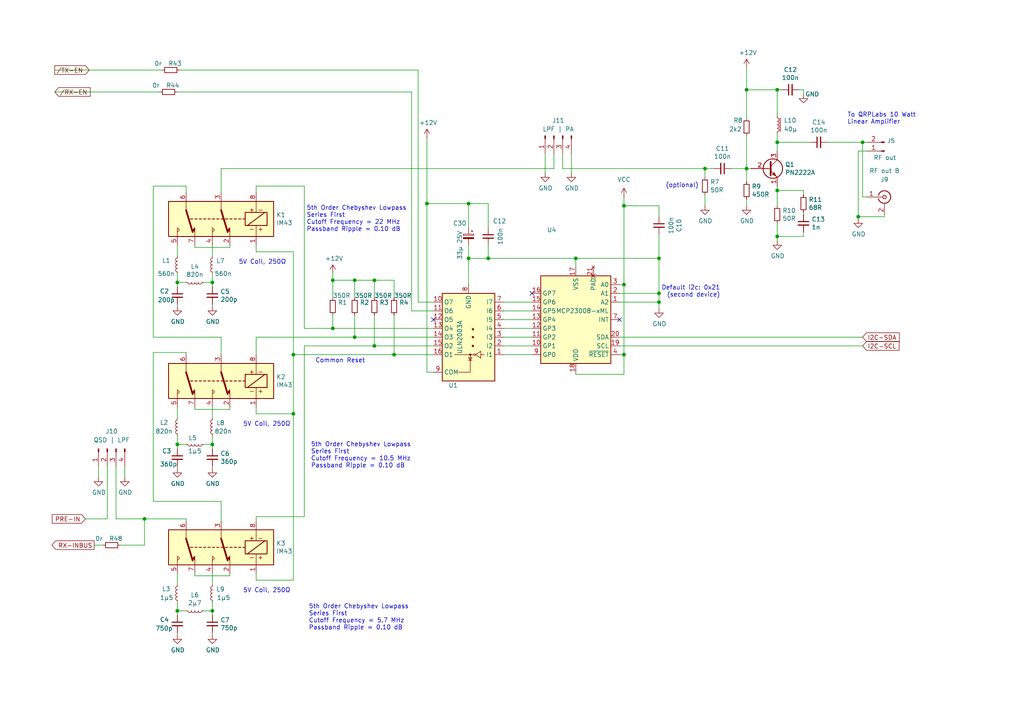
<source format=kicad_sch>
(kicad_sch (version 20230121) (generator eeschema)
  (paper "A4")
  (title_block (title "HF IQ Transceiver PiggyBack for Pi (not a hat)") (date "2024-01-21") (rev "2.0") (company "AE0GL: Mario P. Vano") (comment 1 "Sheet 1: Codec, Power Supplies, and GPIO"))
  (lib_symbols
    (symbol "Connector:Conn_01x04_Pin" (pin_names (offset 1.016) hide)
      (property "Reference" "J" (at 0 5.08 0))
      (property "Value" "Conn_01x04_Pin" (at 0 -7.62 0))
      (symbol "Conn_01x04_Pin_1_1"
        (pin passive line (at 5.08 2.54 180) (length 3.81) (name "Pin_1") (number "1"))
        (pin passive line (at 5.08 0 180) (length 3.81) (name "Pin_2") (number "2"))
        (pin passive line (at 5.08 -2.54 180) (length 3.81) (name "Pin_3") (number "3"))
        (pin passive line (at 5.08 -5.08 180) (length 3.81) (name "Pin_4") (number "4"))
      )
    )
    (symbol "Connector:Conn_Coaxial" (pin_names (offset 1.016) hide)
      (property "Reference" "J" (at 0.254 3.048 0))
      (property "Value" "Conn_Coaxial" (at 2.921 0 90))
      (symbol "Conn_Coaxial_1_1"
        (pin passive line (at -5.08 0 0) (length 2.54) (name "In") (number "1"))
        (pin passive line (at 0 -5.08 90) (length 2.54) (name "Ext") (number "2"))
      )
    )
    (symbol "Device:C_Small" (pin_numbers hide) (pin_names (offset 0.254) hide)
      (property "Reference" "C" (at 0.254 1.778 0))
      (property "Value" "C_Small" (at 0.254 -2.032 0))
      (symbol "C_Small_1_1"
        (pin passive line (at 0 2.54 270) (length 2.032) (name "~") (number "1"))
        (pin passive line (at 0 -2.54 90) (length 2.032) (name "~") (number "2"))
      )
    )
    (symbol "Device:L_Small" (pin_numbers hide) (pin_names (offset 0.254) hide)
      (property "Reference" "L" (at 0.762 1.016 0))
      (property "Value" "L_Small" (at 0.762 -1.016 0))
      (symbol "L_Small_1_1"
        (pin passive line (at 0 2.54 270) (length 0.508) (name "~") (number "1"))
        (pin passive line (at 0 -2.54 90) (length 0.508) (name "~") (number "2"))
      )
    )
    (symbol "Device:R_Small" (pin_numbers hide) (pin_names (offset 0.254) hide)
      (property "Reference" "R" (at 0.762 0.508 0))
      (property "Value" "R_Small" (at 0.762 -1.016 0))
      (symbol "R_Small_1_1"
        (pin passive line (at 0 2.54 270) (length 0.762) (name "~") (number "1"))
        (pin passive line (at 0 -2.54 90) (length 0.762) (name "~") (number "2"))
      )
    )
    (symbol "MPV-2024:MCP23008-xML"
      (property "Reference" "U" (at -8.89 13.97 0))
      (property "Value" "MCP23008-xML" (at 8.89 13.97 0))
      (symbol "MCP23008-xML_1_1"
        (pin input line (at -12.7 -5.08 0) (length 2.54) (name "A2") (number "1"))
        (pin bidirectional line (at 12.7 7.62 180) (length 2.54) (name "GP1") (number "10"))
        (pin bidirectional line (at 12.7 5.08 180) (length 2.54) (name "GP2") (number "11"))
        (pin bidirectional line (at 12.7 2.54 180) (length 2.54) (name "GP3") (number "12"))
        (pin bidirectional line (at 12.7 0 180) (length 2.54) (name "GP4") (number "13"))
        (pin bidirectional line (at 12.7 -2.54 180) (length 2.54) (name "GP5") (number "14"))
        (pin bidirectional line (at 12.7 -5.08 180) (length 2.54) (name "GP6") (number "15"))
        (pin bidirectional line (at 12.7 -7.62 180) (length 2.54) (name "GP7") (number "16"))
        (pin power_in line (at 0 -15.24 90) (length 2.54) (name "VSS") (number "17"))
        (pin power_in line (at 0 15.24 270) (length 2.54) (name "VDD") (number "18"))
        (pin input line (at -12.7 7.62 0) (length 2.54) (name "SCL") (number "19"))
        (pin input line (at -12.7 -7.62 0) (length 2.54) (name "A1") (number "2"))
        (pin bidirectional line (at -12.7 5.08 0) (length 2.54) (name "SDA") (number "20"))
        (pin no_connect non_logic (at -5.08 -15.24 90) (length 2.54) (name "PAD") (number "21"))
        (pin input line (at -12.7 -10.16 0) (length 2.54) (name "A0") (number "3"))
        (pin input line (at -12.7 10.16 0) (length 2.54) (name "~{RESET}") (number "4"))
        (pin no_connect line (at -10.16 2.54 0) (length 2.54) hide (name "NC") (number "5"))
        (pin no_connect line (at -10.16 -2.54 0) (length 2.54) hide (name "NC") (number "6"))
        (pin output line (at -12.7 0 0) (length 2.54) (name "INT") (number "7"))
        (pin no_connect line (at 10.16 -10.16 180) (length 2.54) hide (name "NC") (number "8"))
        (pin bidirectional line (at 12.7 10.16 180) (length 2.54) (name "GP0") (number "9"))
      )
    )
    (symbol "Relay:IM43"
      (property "Reference" "K" (at 16.51 3.81 0))
      (property "Value" "IM43" (at 16.51 1.27 0))
      (symbol "IM43_0_0"
        (text "+ -" (at -10.16 -2.667 0) (effects (font (size 1.27 1.27))))
        (text "- +" (at -10.16 2.921 0) (effects (font (size 1.27 1.27))))
      )
      (symbol "IM43_1_1"
        (pin passive line (at -10.16 7.62 270) (length 2.54) (name "~") (number "1"))
        (pin passive line (at -2.54 7.62 270) (length 2.54) (name "~") (number "2"))
        (pin passive line (at 0 -7.62 90) (length 2.54) (name "~") (number "3"))
        (pin passive line (at 2.54 7.62 270) (length 2.54) (name "~") (number "4"))
        (pin passive line (at 12.7 7.62 270) (length 2.54) (name "~") (number "5"))
        (pin passive line (at 10.16 -7.62 90) (length 2.54) (name "~") (number "6"))
        (pin passive line (at 7.62 7.62 270) (length 2.54) (name "~") (number "7"))
        (pin passive line (at -10.16 -7.62 90) (length 2.54) (name "~") (number "8"))
      )
    )
    (symbol "Transistor_Array:ULN2003A"
      (property "Reference" "U" (at 0 15.875 0))
      (property "Value" "ULN2003A" (at 0 13.97 0))
      (symbol "ULN2003A_1_1"
        (pin input line (at -10.16 5.08 0) (length 2.54) (name "I1") (number "1"))
        (pin open_collector line (at 10.16 -10.16 180) (length 2.54) (name "O7") (number "10"))
        (pin open_collector line (at 10.16 -7.62 180) (length 2.54) (name "O6") (number "11"))
        (pin open_collector line (at 10.16 -5.08 180) (length 2.54) (name "O5") (number "12"))
        (pin open_collector line (at 10.16 -2.54 180) (length 2.54) (name "O4") (number "13"))
        (pin open_collector line (at 10.16 0 180) (length 2.54) (name "O3") (number "14"))
        (pin open_collector line (at 10.16 2.54 180) (length 2.54) (name "O2") (number "15"))
        (pin open_collector line (at 10.16 5.08 180) (length 2.54) (name "O1") (number "16"))
        (pin input line (at -10.16 2.54 0) (length 2.54) (name "I2") (number "2"))
        (pin input line (at -10.16 0 0) (length 2.54) (name "I3") (number "3"))
        (pin input line (at -10.16 -2.54 0) (length 2.54) (name "I4") (number "4"))
        (pin input line (at -10.16 -5.08 0) (length 2.54) (name "I5") (number "5"))
        (pin input line (at -10.16 -7.62 0) (length 2.54) (name "I6") (number "6"))
        (pin input line (at -10.16 -10.16 0) (length 2.54) (name "I7") (number "7"))
        (pin power_in line (at 0 -15.24 90) (length 2.54) (name "GND") (number "8"))
        (pin passive line (at 10.16 10.16 180) (length 2.54) (name "COM") (number "9"))
      )
    )
    (symbol "Transistor_BJT:PN2222A" (pin_names (offset 0) hide)
      (property "Reference" "Q" (at 5.08 1.905 0))
      (property "Value" "PN2222A" (at 5.08 0 0))
      (symbol "PN2222A_1_1"
        (pin passive line (at 2.54 -5.08 90) (length 2.54) (name "E") (number "1"))
        (pin input line (at -5.08 0 0) (length 5.08) (name "B") (number "2"))
        (pin passive line (at 2.54 5.08 270) (length 2.54) (name "C") (number "3"))
      )
    )
    (symbol "power:+12V" (power) (pin_names (offset 0))
      (property "Value" "+12V" (at 0 3.556 0))
      (symbol "+12V_1_1"
        (pin power_in line (at 0 0 90) (length 0) hide (name "+12V") (number "1"))
      )
    )
    (symbol "power:GND" (power) (pin_names (offset 0))
      (property "Value" "GND" (at 0 -3.81 0))
      (symbol "GND_1_1"
        (pin power_in line (at 0 0 270) (length 0) hide (name "GND") (number "1"))
      )
    )
    (symbol "power:VCC" (power) (pin_names (offset 0))
      (property "Value" "VCC" (at 0 3.81 0))
      (symbol "VCC_1_1"
        (pin power_in line (at 0 0 90) (length 0) hide (name "VCC") (number "1"))
      )
    )
    (symbol "predriver-rescue:Conn_01x02_Male-Connector" (pin_names (offset 1.016) hide)
      (property "Reference" "J" (at 0 2.54 0))
      (property "Value" "Connector_Conn_01x02_Male" (at 0 -5.08 0))
      (symbol "Conn_01x02_Male-Connector_1_1"
        (pin passive line (at 5.08 0 180) (length 3.81) (name "Pin_1") (number "1"))
        (pin passive line (at 5.08 -2.54 180) (length 3.81) (name "Pin_2") (number "2"))
      )
    )
    (symbol "predriver-rescue:L_Core_Ferrite_Small-Device" (pin_numbers hide) (pin_names (offset 0.254) hide)
      (property "Reference" "L" (at 1.27 1.016 0))
      (property "Value" "Device_L_Core_Ferrite_Small" (at 1.27 -1.27 0))
      (symbol "L_Core_Ferrite_Small-Device_1_1"
        (pin passive line (at 0 2.54 270) (length 0.508) (name "~") (number "1"))
        (pin passive line (at 0 -2.54 90) (length 0.508) (name "~") (number "2"))
      )
    )
    (symbol "radiohead-rescue:CP_Small-Device" (pin_numbers hide) (pin_names (offset 0.254) hide)
      (property "Reference" "C" (at 0.254 1.778 0))
      (property "Value" "CP_Small-Device" (at 0.254 -2.032 0))
      (symbol "CP_Small-Device_1_1"
        (pin passive line (at 0 2.54 270) (length 1.8542) (name "~") (number "1"))
        (pin passive line (at 0 -2.54 90) (length 1.8542) (name "~") (number "2"))
      )
    )
  )
  (junction (at 248.92 62.865))
  (junction (at 114.3 102.87))
  (junction (at 191.135 74.93))
  (junction (at 41.91 150.495))
  (junction (at 51.435 81.915))
  (junction (at 51.435 128.905))
  (junction (at 250.19 41.275))
  (junction (at 85.09 120.015))
  (junction (at 167.005 74.93))
  (junction (at 102.87 97.79))
  (junction (at 225.425 26.035))
  (junction (at 225.425 68.58))
  (junction (at 108.585 81.28))
  (junction (at 51.435 177.165))
  (junction (at 180.975 102.87))
  (junction (at 61.595 128.905))
  (junction (at 96.52 95.25))
  (junction (at 225.425 41.275))
  (junction (at 102.87 81.28))
  (junction (at 96.52 81.28))
  (junction (at 85.09 102.87))
  (junction (at 135.89 74.93))
  (junction (at 180.975 59.69))
  (junction (at 191.135 87.63))
  (junction (at 204.47 48.895))
  (junction (at 225.425 55.245))
  (junction (at 108.585 100.33))
  (junction (at 216.535 26.035))
  (junction (at 61.595 81.915))
  (junction (at 216.535 48.895))
  (junction (at 180.975 82.55))
  (junction (at 61.595 177.165))
  (junction (at 135.89 59.055))
  (junction (at 141.605 74.93))
  (junction (at 191.135 85.09))
  (junction (at 123.825 59.055))
  (no_connect (at 179.705 92.71))
  (no_connect (at 125.73 92.71))
  (no_connect (at 154.305 85.09))
  (wire (pts (xy 141.605 66.04) (xy 141.605 59.055)))
  (wire (pts (xy 88.265 95.25) (xy 96.52 95.25)))
  (wire (pts (xy 51.435 130.175) (xy 51.435 128.905)))
  (wire (pts (xy 248.92 62.865) (xy 256.54 62.865)))
  (wire (pts (xy 56.515 118.11) (xy 56.515 118.745)))
  (wire (pts (xy 24.765 150.495) (xy 31.115 150.495)))
  (wire (pts (xy 61.595 130.175) (xy 61.595 128.905)))
  (wire (pts (xy 167.005 74.93) (xy 191.135 74.93)))
  (wire (pts (xy 61.595 135.89) (xy 61.595 135.255)))
  (wire (pts (xy 41.91 158.115) (xy 41.91 150.495)))
  (wire (pts (xy 146.05 102.87) (xy 154.305 102.87)))
  (wire (pts (xy 108.585 100.33) (xy 88.265 100.33)))
  (wire (pts (xy 74.295 149.86) (xy 88.265 149.86)))
  (wire (pts (xy 61.595 166.37) (xy 61.595 169.545)))
  (wire (pts (xy 251.46 43.815) (xy 248.92 43.815)))
  (wire (pts (xy 74.295 53.975) (xy 88.265 53.975)))
  (wire (pts (xy 96.52 81.28) (xy 102.87 81.28)))
  (wire (pts (xy 225.425 53.975) (xy 225.425 55.245)))
  (wire (pts (xy 191.135 74.93) (xy 191.135 85.09)))
  (wire (pts (xy 160.655 44.45) (xy 160.655 48.895)))
  (wire (pts (xy 56.515 118.745) (xy 66.675 118.745)))
  (wire (pts (xy 96.52 79.375) (xy 96.52 81.28)))
  (wire (pts (xy 216.535 26.035) (xy 225.425 26.035)))
  (wire (pts (xy 191.135 85.09) (xy 191.135 87.63)))
  (wire (pts (xy 44.45 53.975) (xy 44.45 97.79)))
  (wire (pts (xy 216.535 57.785) (xy 216.535 59.69)))
  (wire (pts (xy 85.09 102.87) (xy 114.3 102.87)))
  (wire (pts (xy 165.735 44.45) (xy 165.735 50.165)))
  (wire (pts (xy 61.595 81.915) (xy 59.055 81.915)))
  (wire (pts (xy 216.535 19.685) (xy 216.535 26.035)))
  (wire (pts (xy 204.47 48.895) (xy 163.195 48.895)))
  (wire (pts (xy 53.975 102.87) (xy 53.975 102.235)))
  (wire (pts (xy 135.89 74.93) (xy 135.89 82.55)))
  (wire (pts (xy 51.435 177.165) (xy 53.975 177.165)))
  (wire (pts (xy 179.705 82.55) (xy 180.975 82.55)))
  (wire (pts (xy 74.295 149.86) (xy 74.295 151.13)))
  (wire (pts (xy 179.705 85.09) (xy 191.135 85.09)))
  (wire (pts (xy 64.135 145.415) (xy 44.45 145.415)))
  (wire (pts (xy 146.05 87.63) (xy 154.305 87.63)))
  (wire (pts (xy 51.435 71.12) (xy 51.435 74.295)))
  (wire (pts (xy 114.3 102.87) (xy 125.73 102.87)))
  (wire (pts (xy 44.45 102.235) (xy 44.45 145.415)))
  (wire (pts (xy 61.595 118.11) (xy 61.595 121.285)))
  (wire (pts (xy 216.535 34.29) (xy 216.535 26.035)))
  (wire (pts (xy 225.425 38.735) (xy 225.425 41.275)))
  (wire (pts (xy 146.05 97.79) (xy 154.305 97.79)))
  (wire (pts (xy 123.825 40.005) (xy 123.825 59.055)))
  (wire (pts (xy 191.135 74.93) (xy 191.135 67.945)))
  (wire (pts (xy 61.595 83.185) (xy 61.595 81.915)))
  (wire (pts (xy 216.535 52.705) (xy 216.535 48.895)))
  (wire (pts (xy 53.975 53.975) (xy 44.45 53.975)))
  (wire (pts (xy 225.425 26.035) (xy 226.695 26.035)))
  (wire (pts (xy 34.925 158.115) (xy 41.91 158.115)))
  (wire (pts (xy 141.605 74.93) (xy 135.89 74.93)))
  (wire (pts (xy 51.435 178.435) (xy 51.435 177.165)))
  (wire (pts (xy 179.705 97.79) (xy 250.19 97.79)))
  (wire (pts (xy 146.05 100.33) (xy 154.305 100.33)))
  (wire (pts (xy 96.52 95.25) (xy 125.73 95.25)))
  (wire (pts (xy 212.09 48.895) (xy 216.535 48.895)))
  (wire (pts (xy 51.435 135.89) (xy 51.435 135.255)))
  (wire (pts (xy 61.595 178.435) (xy 61.595 177.165)))
  (wire (pts (xy 85.09 73.025) (xy 85.09 102.87)))
  (wire (pts (xy 180.975 59.69) (xy 180.975 82.55)))
  (wire (pts (xy 31.115 135.255) (xy 31.115 150.495)))
  (wire (pts (xy 27.305 158.115) (xy 29.845 158.115)))
  (wire (pts (xy 61.595 184.15) (xy 61.595 183.515)))
  (wire (pts (xy 15.875 26.67) (xy 46.355 26.67)))
  (wire (pts (xy 51.435 118.11) (xy 51.435 121.285)))
  (wire (pts (xy 225.425 55.245) (xy 225.425 59.69)))
  (wire (pts (xy 56.515 71.755) (xy 66.675 71.755)))
  (wire (pts (xy 102.87 81.28) (xy 102.87 86.36)))
  (wire (pts (xy 108.585 100.33) (xy 125.73 100.33)))
  (wire (pts (xy 51.435 128.905) (xy 53.975 128.905)))
  (wire (pts (xy 204.47 48.895) (xy 207.01 48.895)))
  (wire (pts (xy 225.425 64.77) (xy 225.425 68.58)))
  (wire (pts (xy 114.3 81.28) (xy 114.3 86.36)))
  (wire (pts (xy 251.46 57.15) (xy 250.19 57.15)))
  (wire (pts (xy 51.435 126.365) (xy 51.435 128.905)))
  (wire (pts (xy 123.825 59.055) (xy 123.825 107.95)))
  (wire (pts (xy 256.54 62.23) (xy 256.54 62.865)))
  (wire (pts (xy 61.595 177.165) (xy 59.055 177.165)))
  (wire (pts (xy 61.595 79.375) (xy 61.595 81.915)))
  (wire (pts (xy 179.705 87.63) (xy 191.135 87.63)))
  (wire (pts (xy 125.73 87.63) (xy 121.285 87.63)))
  (wire (pts (xy 250.19 41.275) (xy 251.46 41.275)))
  (wire (pts (xy 114.3 91.44) (xy 114.3 102.87)))
  (wire (pts (xy 66.675 118.745) (xy 66.675 118.11)))
  (wire (pts (xy 146.05 95.25) (xy 154.305 95.25)))
  (wire (pts (xy 64.135 55.88) (xy 64.135 48.895)))
  (wire (pts (xy 216.535 48.895) (xy 217.805 48.895)))
  (wire (pts (xy 180.975 82.55) (xy 180.975 102.87)))
  (wire (pts (xy 85.09 73.025) (xy 74.295 73.025)))
  (wire (pts (xy 233.045 26.035) (xy 233.045 27.305)))
  (wire (pts (xy 74.295 53.975) (xy 74.295 55.88)))
  (wire (pts (xy 250.19 41.275) (xy 250.19 57.15)))
  (wire (pts (xy 167.005 74.93) (xy 167.005 77.47)))
  (wire (pts (xy 74.295 120.015) (xy 74.295 118.11)))
  (wire (pts (xy 108.585 91.44) (xy 108.585 100.33)))
  (wire (pts (xy 225.425 26.035) (xy 225.425 33.655)))
  (wire (pts (xy 51.435 81.915) (xy 53.975 81.915)))
  (wire (pts (xy 28.575 135.255) (xy 28.575 138.43)))
  (wire (pts (xy 64.135 145.415) (xy 64.135 151.13)))
  (wire (pts (xy 61.595 126.365) (xy 61.595 128.905)))
  (wire (pts (xy 51.435 166.37) (xy 51.435 169.545)))
  (wire (pts (xy 51.435 174.625) (xy 51.435 177.165)))
  (wire (pts (xy 85.09 120.015) (xy 74.295 120.015)))
  (wire (pts (xy 180.975 59.69) (xy 191.135 59.69)))
  (wire (pts (xy 119.38 90.17) (xy 119.38 26.67)))
  (wire (pts (xy 225.425 69.85) (xy 225.425 68.58)))
  (wire (pts (xy 15.875 20.32) (xy 46.99 20.32)))
  (wire (pts (xy 102.87 91.44) (xy 102.87 97.79)))
  (wire (pts (xy 102.87 81.28) (xy 108.585 81.28)))
  (wire (pts (xy 61.595 128.905) (xy 59.055 128.905)))
  (wire (pts (xy 33.655 135.255) (xy 33.655 150.495)))
  (wire (pts (xy 231.775 26.035) (xy 233.045 26.035)))
  (wire (pts (xy 146.05 90.17) (xy 154.305 90.17)))
  (wire (pts (xy 163.195 44.45) (xy 163.195 48.895)))
  (wire (pts (xy 154.305 92.71) (xy 146.05 92.71)))
  (wire (pts (xy 74.295 73.025) (xy 74.295 71.12)))
  (wire (pts (xy 248.92 62.865) (xy 248.92 63.5)))
  (wire (pts (xy 248.92 43.815) (xy 248.92 62.865)))
  (wire (pts (xy 108.585 81.28) (xy 114.3 81.28)))
  (wire (pts (xy 56.515 71.12) (xy 56.515 71.755)))
  (wire (pts (xy 85.09 168.275) (xy 74.295 168.275)))
  (wire (pts (xy 167.005 108.585) (xy 180.975 108.585)))
  (wire (pts (xy 233.045 67.31) (xy 233.045 68.58)))
  (wire (pts (xy 66.675 71.755) (xy 66.675 71.12)))
  (wire (pts (xy 61.595 71.12) (xy 61.595 74.295)))
  (wire (pts (xy 121.285 87.63) (xy 121.285 20.32)))
  (wire (pts (xy 123.825 107.95) (xy 125.73 107.95)))
  (wire (pts (xy 44.45 97.79) (xy 64.135 97.79)))
  (wire (pts (xy 108.585 86.36) (xy 108.585 81.28)))
  (wire (pts (xy 74.295 168.275) (xy 74.295 166.37)))
  (wire (pts (xy 119.38 26.67) (xy 51.435 26.67)))
  (wire (pts (xy 53.975 102.235) (xy 44.45 102.235)))
  (wire (pts (xy 233.045 55.245) (xy 233.045 56.515)))
  (wire (pts (xy 119.38 90.17) (xy 125.73 90.17)))
  (wire (pts (xy 88.265 100.33) (xy 88.265 149.86)))
  (wire (pts (xy 53.975 150.495) (xy 53.975 151.13)))
  (wire (pts (xy 64.135 48.895) (xy 160.655 48.895)))
  (wire (pts (xy 51.435 79.375) (xy 51.435 81.915)))
  (wire (pts (xy 216.535 39.37) (xy 216.535 48.895)))
  (wire (pts (xy 51.435 88.9) (xy 51.435 88.265)))
  (wire (pts (xy 74.295 97.79) (xy 102.87 97.79)))
  (wire (pts (xy 135.89 66.04) (xy 135.89 59.055)))
  (wire (pts (xy 121.285 20.32) (xy 52.07 20.32)))
  (wire (pts (xy 141.605 71.12) (xy 141.605 74.93)))
  (wire (pts (xy 179.705 100.33) (xy 250.19 100.33)))
  (wire (pts (xy 135.89 71.12) (xy 135.89 74.93)))
  (wire (pts (xy 102.87 97.79) (xy 125.73 97.79)))
  (wire (pts (xy 41.91 150.495) (xy 53.975 150.495)))
  (wire (pts (xy 88.265 95.25) (xy 88.265 53.975)))
  (wire (pts (xy 191.135 59.69) (xy 191.135 62.865)))
  (wire (pts (xy 53.975 55.88) (xy 53.975 53.975)))
  (wire (pts (xy 85.09 120.015) (xy 85.09 168.275)))
  (wire (pts (xy 66.675 167.005) (xy 66.675 166.37)))
  (wire (pts (xy 204.47 56.515) (xy 204.47 59.69)))
  (wire (pts (xy 51.435 83.185) (xy 51.435 81.915)))
  (wire (pts (xy 204.47 51.435) (xy 204.47 48.895)))
  (wire (pts (xy 167.005 107.95) (xy 167.005 108.585)))
  (wire (pts (xy 85.09 102.87) (xy 85.09 120.015)))
  (wire (pts (xy 135.89 59.055) (xy 123.825 59.055)))
  (wire (pts (xy 180.975 57.15) (xy 180.975 59.69)))
  (wire (pts (xy 56.515 166.37) (xy 56.515 167.005)))
  (wire (pts (xy 179.705 102.87) (xy 180.975 102.87)))
  (wire (pts (xy 225.425 41.275) (xy 225.425 43.815)))
  (wire (pts (xy 233.045 61.595) (xy 233.045 62.23)))
  (wire (pts (xy 33.655 150.495) (xy 41.91 150.495)))
  (wire (pts (xy 180.975 108.585) (xy 180.975 102.87)))
  (wire (pts (xy 234.95 41.275) (xy 225.425 41.275)))
  (wire (pts (xy 141.605 59.055) (xy 135.89 59.055)))
  (wire (pts (xy 240.03 41.275) (xy 250.19 41.275)))
  (wire (pts (xy 96.52 81.28) (xy 96.52 86.36)))
  (wire (pts (xy 158.115 44.45) (xy 158.115 50.165)))
  (wire (pts (xy 167.005 74.93) (xy 141.605 74.93)))
  (wire (pts (xy 56.515 167.005) (xy 66.675 167.005)))
  (wire (pts (xy 74.295 97.79) (xy 74.295 102.87)))
  (wire (pts (xy 233.045 68.58) (xy 225.425 68.58)))
  (wire (pts (xy 64.135 97.79) (xy 64.135 102.87)))
  (wire (pts (xy 51.435 184.15) (xy 51.435 183.515)))
  (wire (pts (xy 61.595 174.625) (xy 61.595 177.165)))
  (wire (pts (xy 191.135 87.63) (xy 191.135 89.535)))
  (wire (pts (xy 36.195 135.255) (xy 36.195 138.43)))
  (wire (pts (xy 96.52 91.44) (xy 96.52 95.25)))
  (wire (pts (xy 61.595 88.9) (xy 61.595 88.265)))
  (wire (pts (xy 225.425 55.245) (xy 233.045 55.245)))
  (text "5th Order Chebyshev Lowpass\nSeries First\nCutoff Frequency = 22 MHz\nPassband Ripple = 0.10 dB\n" (at 88.9 67.31 0) (effects (font (size 1.27 1.27)) (justify left bottom)))
  (text "5V Coil, 250Ω" (at 70.485 172.085 0) (effects (font (size 1.27 1.27)) (justify left bottom)))
  (text "5th Order Chebyshev Lowpass\nSeries First\nCutoff Frequency = 10.5 MHz\nPassband Ripple = 0.10 dB\n" (at 90.17 135.89 0) (effects (font (size 1.27 1.27)) (justify left bottom)))
  (text "5V Coil, 250Ω" (at 70.485 123.825 0) (effects (font (size 1.27 1.27)) (justify left bottom)))
  (text "5V Coil, 250Ω" (at 69.215 76.835 0) (effects (font (size 1.27 1.27)) (justify left bottom)))
  (text "5th Order Chebyshev Lowpass\nSeries First\nCutoff Frequency = 5.7 MHz\nPassband Ripple = 0.10 dB\n" (at 89.535 182.88 0) (effects (font (size 1.27 1.27)) (justify left bottom)))
  (text "Default i2c: 0x21\n(second device)" (at 208.915 86.36 0) (effects (font (size 1.27 1.27)) (justify right bottom)))
  (text "Common Reset" (at 91.44 105.41 0) (effects (font (size 1.27 1.27)) (justify left bottom)))
  (text "(optional)" (at 193.04 54.61 0) (effects (font (size 1.27 1.27)) (justify left bottom)))
  (text "To QRPLabs 10 Watt\nLinear Amplifier" (at 245.745 36.195 0) (effects (font (size 1.27 1.27)) (justify left bottom)))
  (global_label "PRE-IN" (shape input) (at 24.765 150.495 180) (property "Intersheetrefs" "${INTERSHEET_REFS}" (effects hide)))
  (global_label "RX-INBUS" (shape output) (at 27.305 158.115 180) (property "Intersheetrefs" "${INTERSHEET_REFS}" (effects hide)))
  (global_label "{slash}RX-EN" (shape input) (at 15.875 26.67 0) (property "Intersheetrefs" "${INTERSHEET_REFS}" (effects hide)))
  (global_label "I2C-SDA" (shape input) (at 250.19 97.79 0) (property "Intersheetrefs" "${INTERSHEET_REFS}" (effects hide)))
  (global_label "I2C-SCL" (shape input) (at 250.19 100.33 0) (property "Intersheetrefs" "${INTERSHEET_REFS}" (effects hide)))
  (global_label "{slash}TX-EN" (shape output) (at 15.875 20.32 0) (property "Intersheetrefs" "${INTERSHEET_REFS}" (effects hide)))
  (symbol (lib_id "Transistor_BJT:PN2222A") (at 222.885 48.895 0) (unit 1)
    (property "Reference" "Q1" (at 227.711 47.7266 0) (effects (justify left)))
    (property "Value" "PN2222A" (at 227.711 50.038 0) (effects (justify left)))
    (property "Footprint" "Package_TO_SOT_THT:TO-92_Inline" (effects hide))
    (property "Datasheet" "https://www.onsemi.com/pub/Collateral/PN2222-D.PDF" (effects hide))
    (property "DigiKey Part Number" "PN2222AFS-ND" (effects hide))
    (property "Description" "TRANS NPN 40V 1A TO92-3" (effects hide))
    (property "Manufacturer_Name" "onsemi" (effects hide))
    (property "Manufacturer_Part_Number" "PN2222ABU" (effects hide))
  )
  (symbol (lib_id "Device:L_Small") (at 51.435 76.835 180) (unit 1)
    (property "Reference" "L1" (at 46.99 75.565 0) (effects (justify right)))
    (property "Value" "560n" (at 45.72 79.375 0) (effects (justify right)))
    (property "Footprint" "Inductor_SMD:L_0805_2012Metric" (effects hide))
    (property "DigiKey Part Number" "445-181347-1-ND" (effects hide))
    (property "Description" "FIXED IND 560NH 150MA 550MOHM SM" (effects hide))
    (property "Manufacturer_Name" "TDK Corporation" (effects hide))
    (property "Manufacturer_Part_Number" "MLF2012DR56JT000" (effects hide))
    (instances (project "predriver" (path "" (reference "L1") (unit 1))) (project "radiohead" (path "" (reference "L8") (unit 1))))
  )
  (symbol (lib_id "Device:R_Small") (at 225.425 62.23 0) (unit 1)
    (property "Reference" "R10" (at 226.9236 61.0616 0) (effects (justify left)))
    (property "Value" "50R" (at 226.9236 63.373 0) (effects (justify left)))
    (property "Footprint" "Resistor_SMD:R_0603_1608Metric" (effects hide))
    (property "DigiKey Part Number" "RMCF0603FT51R0CT-ND" (effects hide))
    (property "Description" "RES 51 OHM 1% 1/10W 0603" (effects hide))
    (property "Manufacturer_Part_Number" "RMCF0603FT51R0" (effects hide))
    (property "Manufacturer_Name" "Stackpole Electronics Inc" (effects hide))
    (instances (project "predriver" (path "" (reference "R10") (unit 1))) (project "radiohead" (path "" (reference "R39") (unit 1))))
  )
  (symbol (lib_id "Device:R_Small") (at 233.045 59.055 0) (unit 1)
    (property "Reference" "R11" (at 234.5436 57.8866 0) (effects (justify left)))
    (property "Value" "68R" (at 234.5436 60.198 0) (effects (justify left)))
    (property "Footprint" "Resistor_SMD:R_0603_1608Metric" (effects hide))
    (property "DigiKey Part Number" "RMCF0603FT68R0CT-ND" (effects hide))
    (property "Description" "RES 68 OHM 1% 1/10W 0603" (effects hide))
    (property "Manufacturer_Part_Number" "RMCF0603FT68R0" (effects hide))
    (property "Manufacturer_Name" "Stackpole Electronics Inc" (effects hide))
    (instances (project "predriver" (path "" (reference "R11") (unit 1))) (project "radiohead" (path "" (reference "R40") (unit 1))))
  )
  (symbol (lib_id "Device:L_Small") (at 56.515 81.915 270) (unit 1)
    (property "Reference" "L4" (at 56.515 77.3176 90))
    (property "Value" "820n" (at 56.515 79.629 90))
    (property "Footprint" "Inductor_SMD:L_0805_2012Metric" (effects hide))
    (property "DigiKey Part Number" "445-181349-1-ND" (effects hide))
    (property "Description" "FIXED IND 820NH 150MA 650MOHM SM" (effects hide))
    (property "Manufacturer_Name" "TDK Corporation" (effects hide))
    (property "Manufacturer_Part_Number" "MLF2012DR82JT000" (effects hide))
    (instances (project "predriver" (path "" (reference "L4") (unit 1))) (project "radiohead" (path "" (reference "L11") (unit 1))))
  )
  (symbol (lib_id "Device:C_Small") (at 233.045 64.77 0) (unit 1)
    (property "Reference" "C13" (at 235.3818 63.6016 0) (effects (justify left)))
    (property "Value" "1n" (at 235.3818 65.913 0) (effects (justify left)))
    (property "Footprint" "Capacitor_SMD:C_0603_1608Metric" (effects hide))
    (property "DigiKey Part Number" "1276-1091-1-ND" (effects hide))
    (property "Manufacturer_Part_Number" "CL10C102JB8NNNC" (effects hide))
    (property "Description" "CAP CER 1000PF 50V C0G/NP0 0603" (effects hide))
    (property "Manufacturer_Name" "Samsung Electro-Mechanics" (effects hide))
    (instances (project "predriver" (path "" (reference "C13") (unit 1))) (project "radiohead" (path "" (reference "C65") (unit 1))))
  )
  (symbol (lib_id "Device:L_Small") (at 61.595 76.835 180) (unit 1)
    (property "Reference" "L7" (at 62.7126 75.6666 0) (effects (justify right)))
    (property "Value" "560n" (at 62.23 79.375 0) (effects (justify right)))
    (property "Footprint" "Inductor_SMD:L_0805_2012Metric" (effects hide))
    (property "DigiKey Part Number" "445-181347-1-ND" (effects hide))
    (property "Description" "FIXED IND 560NH 150MA 550MOHM SM" (effects hide))
    (property "Manufacturer_Name" "TDK Corporation" (effects hide))
    (property "Manufacturer_Part_Number" "MLF2012DR56JT000" (effects hide))
    (instances (project "predriver" (path "" (reference "L7") (unit 1))) (project "radiohead" (path "" (reference "L14") (unit 1))))
  )
  (symbol (lib_id "power:GND") (at 225.425 69.85 0) (unit 1)
    (property "Reference" "#PWR024" (effects hide))
    (property "Value" "GND" (at 225.552 74.2442 0))
    (instances (project "predriver" (path "" (reference "#PWR024") (unit 1))) (project "radiohead" (path "" (reference "#PWR056") (unit 1))))
  )
  (symbol (lib_id "Device:C_Small") (at 209.55 48.895 270) (unit 1)
    (property "Reference" "C11" (at 209.55 43.0784 90))
    (property "Value" "100n" (at 209.55 45.3898 90))
    (property "Footprint" "Capacitor_SMD:C_0603_1608Metric" (effects hide))
    (property "DigiKey Part Number" "1276-1033-1-ND" (effects hide))
    (property "Manufacturer_Part_Number" "CL10B104JB8NNNC" (effects hide))
    (property "Description" "0.1 µF ±5% 50V Ceramic Capacitor X7R 0603 (1608 Metric)" (effects hide))
    (property "Manufacturer_Name" "Samsung Electro-Mechanics" (effects hide))
    (instances (project "predriver" (path "" (reference "C11") (unit 1))) (project "radiohead" (path "" (reference "C63") (unit 1))))
  )
  (symbol (lib_id "Device:R_Small") (at 216.535 36.83 0) (unit 1)
    (property "Reference" "R8" (at 212.725 34.925 0) (effects (justify left)))
    (property "Value" "2k2" (at 211.455 37.465 0) (effects (justify left)))
    (property "Footprint" "Resistor_SMD:R_0603_1608Metric" (effects hide))
    (property "DigiKey Part Number" "RMCF0603FT2K20CT-ND" (effects hide))
    (property "Description" "RES 2.2K OHM 1% 1/10W 0603" (effects hide))
    (property "Manufacturer_Part_Number" "RMCF0603FT2K20" (effects hide))
    (property "Manufacturer_Name" "Stackpole Electronics Inc" (effects hide))
    (instances (project "predriver" (path "" (reference "R8") (unit 1))) (project "radiohead" (path "" (reference "R37") (unit 1))))
  )
  (symbol (lib_id "Device:R_Small") (at 216.535 55.245 0) (unit 1)
    (property "Reference" "R9" (at 218.0336 54.0766 0) (effects (justify left)))
    (property "Value" "450R" (at 218.0336 56.388 0) (effects (justify left)))
    (property "Footprint" "Resistor_SMD:R_0603_1608Metric" (effects hide))
    (property "DigiKey Part Number" "RMCF0603FT453RCT-ND" (effects hide))
    (property "Description" "RES 453 OHM 1% 1/10W 0603" (effects hide))
    (property "Manufacturer_Part_Number" "RMCF0603FT453R" (effects hide))
    (property "Manufacturer_Name" "Stackpole Electronics Inc" (effects hide))
    (instances (project "predriver" (path "" (reference "R9") (unit 1))) (project "radiohead" (path "" (reference "R38") (unit 1))))
  )
  (symbol (lib_id "Device:R_Small") (at 204.47 53.975 0) (unit 1)
    (property "Reference" "R7" (at 205.9686 52.8066 0) (effects (justify left)))
    (property "Value" "50R" (at 205.9686 55.118 0) (effects (justify left)))
    (property "Footprint" "Resistor_SMD:R_0603_1608Metric" (effects hide))
    (property "DigiKey Part Number" "RMCF0603FT51R0CT-ND" (effects hide))
    (property "Description" "RES 51 OHM 1% 1/10W 0603" (effects hide))
    (property "Manufacturer_Part_Number" "RMCF0603FT51R0" (effects hide))
    (property "Manufacturer_Name" "Stackpole Electronics Inc" (effects hide))
    (instances (project "predriver" (path "" (reference "R7") (unit 1))) (project "radiohead" (path "" (reference "R36") (unit 1))))
  )
  (symbol (lib_id "power:GND") (at 204.47 59.69 0) (unit 1)
    (property "Reference" "#PWR020" (effects hide))
    (property "Value" "GND" (at 204.597 64.0842 0))
    (instances (project "predriver" (path "" (reference "#PWR020") (unit 1))) (project "radiohead" (path "" (reference "#PWR047") (unit 1))))
  )
  (symbol (lib_id "power:GND") (at 216.535 59.69 0) (unit 1)
    (property "Reference" "#PWR023" (effects hide))
    (property "Value" "GND" (at 216.662 64.0842 0))
    (instances (project "predriver" (path "" (reference "#PWR023") (unit 1))) (project "radiohead" (path "" (reference "#PWR055") (unit 1))))
  )
  (symbol (lib_id "predriver-rescue:L_Core_Ferrite_Small-Device") (at 225.425 36.195 0) (unit 1)
    (property "Reference" "L10" (at 227.33 34.925 0) (effects (justify left)))
    (property "Value" "40µ" (at 227.33 37.465 0) (effects (justify left)))
    (property "Footprint" "Inductor_SMD:L_0805_2012Metric" (effects hide))
    (property "DigiKey Part Number" "445-6400-1-ND" (effects hide))
    (property "Description" "FIXED IND 47UH 170MA 3.7 OHM SMD" (effects hide))
    (property "Manufacturer_Name" "TDK Corporation" (effects hide))
    (property "Manufacturer_Part_Number" "MLZ2012M470WT000" (effects hide))
    (instances (project "predriver" (path "" (reference "L10") (unit 1))) (project "radiohead" (path "" (reference "L17") (unit 1))))
  )
  (symbol (lib_id "Device:C_Small") (at 51.435 85.725 0) (unit 1)
    (property "Reference" "C2" (at 46.355 84.455 0) (effects (justify left)))
    (property "Value" "200p" (at 45.72 86.995 0) (effects (justify left)))
    (property "Footprint" "Capacitor_SMD:C_0603_1608Metric" (effects hide))
    (property "DigiKey Part Number" "399-C0603C201J5GAC7867CT-ND" (effects hide))
    (property "Description" "CAP CER 200PF 50V C0G/NP0 0603" (effects hide))
    (property "Manufacturer_Name" "KEMET" (effects hide))
    (property "Manufacturer_Part_Number" "C0603C201J5GAC7867" (effects hide))
    (instances (project "predriver" (path "" (reference "C2") (unit 1))) (project "radiohead" (path "" (reference "C6") (unit 1))))
  )
  (symbol (lib_id "Device:C_Small") (at 229.235 26.035 90) (unit 1)
    (property "Reference" "C12" (at 229.235 20.2184 90))
    (property "Value" "100n" (at 229.235 22.5298 90))
    (property "Footprint" "Capacitor_SMD:C_0603_1608Metric" (effects hide))
    (property "DigiKey Part Number" "1276-1033-1-ND" (effects hide))
    (property "Manufacturer_Part_Number" "CL10B104JB8NNNC" (effects hide))
    (property "Description" "0.1 µF ±5% 50V Ceramic Capacitor X7R 0603 (1608 Metric)" (effects hide))
    (property "Manufacturer_Name" "Samsung Electro-Mechanics" (effects hide))
    (instances (project "predriver" (path "" (reference "C12") (unit 1))) (project "radiohead" (path "" (reference "C64") (unit 1))))
  )
  (symbol (lib_id "Device:C_Small") (at 61.595 85.725 0) (unit 1)
    (property "Reference" "C5" (at 63.9318 84.5566 0) (effects (justify left)))
    (property "Value" "200p" (at 63.9318 86.868 0) (effects (justify left)))
    (property "Footprint" "Capacitor_SMD:C_0603_1608Metric" (effects hide))
    (property "DigiKey Part Number" "399-C0603C201J5GAC7867CT-ND" (effects hide))
    (property "Description" "CAP CER 200PF 50V C0G/NP0 0603" (effects hide))
    (property "Manufacturer_Name" "KEMET" (effects hide))
    (property "Manufacturer_Part_Number" "C0603C201J5GAC7867" (effects hide))
    (instances (project "predriver" (path "" (reference "C5") (unit 1))) (project "radiohead" (path "" (reference "C12") (unit 1))))
  )
  (symbol (lib_id "power:GND") (at 51.435 88.9 0) (unit 1)
    (property "Reference" "#PWR05" (effects hide))
    (property "Value" "GND" (at 51.562 93.2942 0))
    (instances (project "predriver" (path "" (reference "#PWR05") (unit 1))) (project "radiohead" (path "" (reference "#PWR011") (unit 1))))
  )
  (symbol (lib_id "power:GND") (at 61.595 88.9 0) (unit 1)
    (property "Reference" "#PWR08" (effects hide))
    (property "Value" "GND" (at 61.722 93.2942 0))
    (instances (project "predriver" (path "" (reference "#PWR08") (unit 1))) (project "radiohead" (path "" (reference "#PWR021") (unit 1))))
  )
  (symbol (lib_id "Device:C_Small") (at 237.49 41.275 90) (unit 1)
    (property "Reference" "C14" (at 237.49 35.4584 90))
    (property "Value" "100n" (at 237.49 37.7698 90))
    (property "Footprint" "Capacitor_SMD:C_0603_1608Metric" (effects hide))
    (property "DigiKey Part Number" "1276-1033-1-ND" (effects hide))
    (property "Manufacturer_Part_Number" "CL10B104JB8NNNC" (effects hide))
    (property "Description" "0.1 µF ±5% 50V Ceramic Capacitor X7R 0603 (1608 Metric)" (effects hide))
    (property "Manufacturer_Name" "Samsung Electro-Mechanics" (effects hide))
    (instances (project "predriver" (path "" (reference "C14") (unit 1))) (project "radiohead" (path "" (reference "C66") (unit 1))))
  )
  (symbol (lib_id "Relay:IM43") (at 64.135 63.5 180) (unit 1)
    (property "Reference" "K1" (at 80.137 62.3316 0) (effects (justify right)))
    (property "Value" "IM43" (at 80.137 64.643 0) (effects (justify right)))
    (property "Footprint" "Relay_THT:Relay_DPDT_AXICOM_IMSeries_Pitch5.08mm" (effects hide))
    (property "Datasheet" "http://www.te.com/commerce/DocumentDelivery/DDEController?Action=srchrtrv&DocNm=108-98001&DocType=SS&DocLang=EN" (effects hide))
    (property "DigiKey Part Number" "PB2081-ND" (effects hide))
    (property "Description" "Telecom Relay DPDT (2 Form C) Through Hole" (effects hide))
    (property "Manufacturer_Part_Number" "5-1462037-8" (effects hide))
    (property "Manufacturer_Name" "TE Connectivity Potter & Brumfield Relays" (effects hide))
  )
  (symbol (lib_id "power:GND") (at 233.045 27.305 0) (unit 1)
    (property "Reference" "#PWR025" (effects hide))
    (property "Value" "GND" (at 235.585 27.305 0))
    (instances (project "predriver" (path "" (reference "#PWR025") (unit 1))) (project "radiohead" (path "" (reference "#PWR059") (unit 1))))
  )
  (symbol (lib_id "predriver-rescue:Conn_01x02_Male-Connector") (at 256.54 43.815 180) (unit 1) (in_bom no)
    (property "Reference" "J5" (at 257.2512 40.8178 0) (effects (justify right)))
    (property "Value" "RF out" (at 253.365 45.72 0) (effects (justify right)))
    (property "Footprint" "Connector_PinHeader_2.54mm:PinHeader_2x01_P2.54mm_Vertical" (effects hide))
    (instances (project "predriver" (path "" (reference "J5") (unit 1))) (project "radiohead" (path "" (reference "J3") (unit 1))))
  )
  (symbol (lib_id "power:GND") (at 248.92 63.5 0) (unit 1)
    (property "Reference" "#PWR026" (effects hide))
    (property "Value" "GND" (at 249.047 67.8942 0))
    (instances (project "predriver" (path "" (reference "#PWR026") (unit 1))) (project "radiohead" (path "" (reference "#PWR060") (unit 1))))
  )
  (symbol (lib_id "Device:C_Small") (at 191.135 65.405 0) (unit 1)
    (property "Reference" "C10" (at 196.9516 65.405 90))
    (property "Value" "100n" (at 194.6402 65.405 90))
    (property "Footprint" "Capacitor_SMD:C_0603_1608Metric" (effects hide))
    (property "DigiKey Part Number" "1276-1033-1-ND" (effects hide))
    (property "Manufacturer_Part_Number" "CL10B104JB8NNNC" (effects hide))
    (property "Description" "0.1 µF ±5% 50V Ceramic Capacitor X7R 0603 (1608 Metric)" (effects hide))
    (property "Manufacturer_Name" "Samsung Electro-Mechanics" (effects hide))
    (instances (project "predriver" (path "" (reference "C10") (unit 1))) (project "radiohead" (path "" (reference "C62") (unit 1))))
  )
  (symbol (lib_id "Relay:IM43") (at 64.135 158.75 180) (unit 1)
    (property "Reference" "K3" (at 80.137 157.5816 0) (effects (justify right)))
    (property "Value" "IM43" (at 80.137 159.893 0) (effects (justify right)))
    (property "Footprint" "Relay_THT:Relay_DPDT_AXICOM_IMSeries_Pitch5.08mm" (effects hide))
    (property "Datasheet" "http://www.te.com/commerce/DocumentDelivery/DDEController?Action=srchrtrv&DocNm=108-98001&DocType=SS&DocLang=EN" (effects hide))
    (property "DigiKey Part Number" "PB2081-ND" (effects hide))
    (property "Description" "Telecom Relay DPDT (2 Form C) Through Hole" (effects hide))
    (property "Manufacturer_Part_Number" "5-1462037-8" (effects hide))
    (property "Manufacturer_Name" "TE Connectivity Potter & Brumfield Relays" (effects hide))
  )
  (symbol (lib_id "Relay:IM43") (at 64.135 110.49 180) (unit 1)
    (property "Reference" "K2" (at 80.137 109.3216 0) (effects (justify right)))
    (property "Value" "IM43" (at 80.137 111.633 0) (effects (justify right)))
    (property "Footprint" "Relay_THT:Relay_DPDT_AXICOM_IMSeries_Pitch5.08mm" (effects hide))
    (property "Datasheet" "http://www.te.com/commerce/DocumentDelivery/DDEController?Action=srchrtrv&DocNm=108-98001&DocType=SS&DocLang=EN" (effects hide))
    (property "DigiKey Part Number" "PB2081-ND" (effects hide))
    (property "Description" "Telecom Relay DPDT (2 Form C) Through Hole" (effects hide))
    (property "Manufacturer_Part_Number" "5-1462037-8" (effects hide))
    (property "Manufacturer_Name" "TE Connectivity Potter & Brumfield Relays" (effects hide))
  )
  (symbol (lib_id "power:+12V") (at 123.825 40.005 0) (unit 1)
    (property "Reference" "#PWR015" (effects hide))
    (property "Value" "+12V" (at 124.206 35.6108 0))
    (instances (project "predriver" (path "" (reference "#PWR015") (unit 1))) (project "radiohead" (path "" (reference "#PWR042") (unit 1))))
  )
  (symbol (lib_id "MPV-2024:MCP23008-xML") (at 167.005 92.71 180) (unit 1)
    (property "Reference" "U4" (at 160.02 66.675 0))
    (property "Value" "MCP23008-xML" (at 168.91 90.17 0))
    (property "Footprint" "Package_DFN_QFN:QFN-20-1EP_4x4mm_P0.5mm_EP2.7x2.7mm" (effects hide))
    (property "Datasheet" "http://ww1.microchip.com/downloads/en/DeviceDoc/MCP23008-MCP23S08-Data-Sheet-20001919F.pdf" (effects hide))
    (property "DigiKey Part Number" "MCP23008T-E/MLCT-ND" (effects hide))
    (property "Description" "IC XPNDR 1.7MHZ I2C 20QFN" (effects hide))
    (property "Manufacturer_Part_Number" "MCP23008T-E/ML" (effects hide))
    (property "Manufacturer_Name" "Microchip Technology" (effects hide))
    (instances (project "predriver" (path "" (reference "U4") (unit 1))) (project "radiohead" (path "" (reference "U7") (unit 1))))
  )
  (symbol (lib_id "Device:L_Small") (at 51.435 123.825 180) (unit 1)
    (property "Reference" "L2" (at 46.355 122.555 0) (effects (justify right)))
    (property "Value" "820n" (at 45.085 125.095 0) (effects (justify right)))
    (property "Footprint" "Inductor_SMD:L_0805_2012Metric" (effects hide))
    (instances (project "predriver" (path "" (reference "L2") (unit 1))) (project "radiohead" (path "" (reference "L9") (unit 1))))
  )
  (symbol (lib_id "Device:L_Small") (at 56.515 128.905 270) (unit 1)
    (property "Reference" "L5" (at 55.88 127 90))
    (property "Value" "1µ5" (at 56.515 130.81 90))
    (property "Footprint" "Inductor_SMD:L_0805_2012Metric" (effects hide))
    (property "DigiKey Part Number" "445-181332-1-ND" (effects hide))
    (property "Description" "FIXED IND 1.5UH 80MA 400MOHM SMD" (effects hide))
    (property "Manufacturer_Part_Number" "MLF2012A1R5JT000" (effects hide))
    (property "Manufacturer_Name" "TDK Corporation" (effects hide))
    (instances (project "predriver" (path "" (reference "L5") (unit 1))) (project "radiohead" (path "" (reference "L12") (unit 1))))
  )
  (symbol (lib_id "Device:L_Small") (at 61.595 123.825 180) (unit 1)
    (property "Reference" "L8" (at 62.7126 122.6566 0) (effects (justify right)))
    (property "Value" "820n" (at 62.23 125.095 0) (effects (justify right)))
    (property "Footprint" "Inductor_SMD:L_0805_2012Metric" (effects hide))
    (instances (project "predriver" (path "" (reference "L8") (unit 1))) (project "radiohead" (path "" (reference "L15") (unit 1))))
  )
  (symbol (lib_id "Device:C_Small") (at 51.435 132.715 0) (unit 1)
    (property "Reference" "C3" (at 46.99 130.81 0) (effects (justify left)))
    (property "Value" "360p" (at 46.355 134.62 0) (effects (justify left)))
    (property "Footprint" "Capacitor_SMD:C_0603_1608Metric" (effects hide))
    (property "DigiKey Part Number" "399-15397-1-ND" (effects hide))
    (property "Description" "CAP CER 360PF 50V NP0 0603" (effects hide))
    (property "Manufacturer_Part_Number" "C0603C361J5GAC7867" (effects hide))
    (property "Manufacturer_Name" "KEMET" (effects hide))
    (instances (project "predriver" (path "" (reference "C3") (unit 1))) (project "radiohead" (path "" (reference "C7") (unit 1))))
  )
  (symbol (lib_id "Device:C_Small") (at 61.595 132.715 0) (unit 1)
    (property "Reference" "C6" (at 63.9318 131.5466 0) (effects (justify left)))
    (property "Value" "360p" (at 63.9318 133.858 0) (effects (justify left)))
    (property "Footprint" "Capacitor_SMD:C_0603_1608Metric" (effects hide))
    (property "DigiKey Part Number" "399-15397-1-ND" (effects hide))
    (property "Description" "CAP CER 360PF 50V NP0 0603" (effects hide))
    (property "Manufacturer_Part_Number" "C0603C361J5GAC7867" (effects hide))
    (property "Manufacturer_Name" "KEMET" (effects hide))
    (instances (project "predriver" (path "" (reference "C6") (unit 1))) (project "radiohead" (path "" (reference "C18") (unit 1))))
  )
  (symbol (lib_id "power:GND") (at 51.435 135.89 0) (unit 1)
    (property "Reference" "#PWR06" (effects hide))
    (property "Value" "GND" (at 51.562 140.2842 0))
    (instances (project "predriver" (path "" (reference "#PWR06") (unit 1))) (project "radiohead" (path "" (reference "#PWR012") (unit 1))))
  )
  (symbol (lib_id "power:GND") (at 61.595 135.89 0) (unit 1)
    (property "Reference" "#PWR09" (effects hide))
    (property "Value" "GND" (at 61.722 140.2842 0))
    (instances (project "predriver" (path "" (reference "#PWR09") (unit 1))) (project "radiohead" (path "" (reference "#PWR022") (unit 1))))
  )
  (symbol (lib_id "Device:L_Small") (at 51.435 172.085 180) (unit 1)
    (property "Reference" "L3" (at 46.99 170.815 0) (effects (justify right)))
    (property "Value" "1µ5" (at 46.355 173.355 0) (effects (justify right)))
    (property "Footprint" "Inductor_SMD:L_0805_2012Metric" (effects hide))
    (property "DigiKey Part Number" "445-181332-1-ND" (effects hide))
    (property "Description" "FIXED IND 1.5UH 80MA 400MOHM SMD" (effects hide))
    (property "Manufacturer_Part_Number" "MLF2012A1R5JT000" (effects hide))
    (property "Manufacturer_Name" "TDK Corporation" (effects hide))
    (instances (project "predriver" (path "" (reference "L3") (unit 1))) (project "radiohead" (path "" (reference "L10") (unit 1))))
  )
  (symbol (lib_id "Device:L_Small") (at 56.515 177.165 270) (unit 1)
    (property "Reference" "L6" (at 56.515 172.5676 90))
    (property "Value" "2µ7" (at 56.515 174.879 90))
    (property "Footprint" "Inductor_SMD:L_0805_2012Metric" (effects hide))
    (property "DigiKey Part Number" "445-181334-1-ND" (effects hide))
    (property "Description" "FIXED IND 2.7UH 50MA 550MOHM SMD" (effects hide))
    (property "Manufacturer_Part_Number" "MLF2012A2R7JT000" (effects hide))
    (property "Manufacturer_Name" "TDK Corporation" (effects hide))
    (instances (project "predriver" (path "" (reference "L6") (unit 1))) (project "radiohead" (path "" (reference "L13") (unit 1))))
  )
  (symbol (lib_id "Device:L_Small") (at 61.595 172.085 180) (unit 1)
    (property "Reference" "L9" (at 62.7126 170.9166 0) (effects (justify right)))
    (property "Value" "1µ5" (at 62.865 173.355 0) (effects (justify right)))
    (property "Footprint" "Inductor_SMD:L_0805_2012Metric" (effects hide))
    (property "DigiKey Part Number" "445-181332-1-ND" (effects hide))
    (property "Description" "FIXED IND 1.5UH 80MA 400MOHM SMD" (effects hide))
    (property "Manufacturer_Part_Number" "MLF2012A1R5JT000" (effects hide))
    (property "Manufacturer_Name" "TDK Corporation" (effects hide))
    (instances (project "predriver" (path "" (reference "L9") (unit 1))) (project "radiohead" (path "" (reference "L16") (unit 1))))
  )
  (symbol (lib_id "Device:C_Small") (at 51.435 180.975 0) (unit 1)
    (property "Reference" "C4" (at 46.355 179.705 0) (effects (justify left)))
    (property "Value" "750p" (at 45.085 182.245 0) (effects (justify left)))
    (property "Footprint" "Capacitor_SMD:C_0603_1608Metric" (effects hide))
    (property "DigiKey Part Number" "399-C0603C751J5GAC7867CT-ND" (effects hide))
    (property "Description" "CAP CER 750PF 50V C0G/NP0 0603" (effects hide))
    (property "Manufacturer_Part_Number" "C0603C751J5GAC7867" (effects hide))
    (property "Manufacturer_Name" "KEMET" (effects hide))
    (instances (project "predriver" (path "" (reference "C4") (unit 1))) (project "radiohead" (path "" (reference "C10") (unit 1))))
  )
  (symbol (lib_id "Device:C_Small") (at 61.595 180.975 0) (unit 1)
    (property "Reference" "C7" (at 63.9318 179.8066 0) (effects (justify left)))
    (property "Value" "750p" (at 63.9318 182.118 0) (effects (justify left)))
    (property "Footprint" "Capacitor_SMD:C_0603_1608Metric" (effects hide))
    (property "DigiKey Part Number" "399-C0603C751J5GAC7867CT-ND" (effects hide))
    (property "Description" "CAP CER 750PF 50V C0G/NP0 0603" (effects hide))
    (property "Manufacturer_Part_Number" "C0603C751J5GAC7867" (effects hide))
    (property "Manufacturer_Name" "KEMET" (effects hide))
    (instances (project "predriver" (path "" (reference "C7") (unit 1))) (project "radiohead" (path "" (reference "C19") (unit 1))))
  )
  (symbol (lib_id "power:GND") (at 51.435 184.15 0) (unit 1)
    (property "Reference" "#PWR07" (effects hide))
    (property "Value" "GND" (at 51.562 188.5442 0))
    (instances (project "predriver" (path "" (reference "#PWR07") (unit 1))) (project "radiohead" (path "" (reference "#PWR019") (unit 1))))
  )
  (symbol (lib_id "power:GND") (at 61.595 184.15 0) (unit 1)
    (property "Reference" "#PWR010" (effects hide))
    (property "Value" "GND" (at 61.722 188.5442 0))
    (instances (project "predriver" (path "" (reference "#PWR010") (unit 1))) (project "radiohead" (path "" (reference "#PWR038") (unit 1))))
  )
  (symbol (lib_id "Device:R_Small") (at 108.585 88.9 0) (unit 1)
    (property "Reference" "R3" (at 110.0836 87.7316 0) (effects (justify left)))
    (property "Value" "350R" (at 108.585 85.725 0) (effects (justify left)))
    (property "Footprint" "Resistor_SMD:R_1206_3216Metric" (effects hide))
    (property "DigiKey Part Number" "311-348FRCT-ND" (effects hide))
    (property "Description" "RES 348 OHM 1% 1/4W 1206" (effects hide))
    (property "Manufacturer_Part_Number" "RC1206FR-07348RL" (effects hide))
    (property "Manufacturer_Name" "YAGEO" (effects hide))
    (instances (project "predriver" (path "" (reference "R3") (unit 1))) (project "radiohead" (path "" (reference "R18") (unit 1))))
  )
  (symbol (lib_id "Device:R_Small") (at 102.87 88.9 0) (unit 1)
    (property "Reference" "R2" (at 104.3686 87.7316 0) (effects (justify left)))
    (property "Value" "350R" (at 102.87 85.725 0) (effects (justify left)))
    (property "Footprint" "Resistor_SMD:R_1206_3216Metric" (effects hide))
    (property "DigiKey Part Number" "311-348FRCT-ND" (effects hide))
    (property "Description" "RES 348 OHM 1% 1/4W 1206" (effects hide))
    (property "Manufacturer_Part_Number" "RC1206FR-07348RL" (effects hide))
    (property "Manufacturer_Name" "YAGEO" (effects hide))
    (instances (project "predriver" (path "" (reference "R2") (unit 1))) (project "radiohead" (path "" (reference "R8") (unit 1))))
  )
  (symbol (lib_id "Device:R_Small") (at 96.52 88.9 0) (unit 1)
    (property "Reference" "R1" (at 98.0186 87.7316 0) (effects (justify left)))
    (property "Value" "350R" (at 96.52 85.725 0) (effects (justify left)))
    (property "Footprint" "Resistor_SMD:R_1206_3216Metric" (effects hide))
    (property "DigiKey Part Number" "311-348FRCT-ND" (effects hide))
    (property "Description" "RES 348 OHM 1% 1/4W 1206" (effects hide))
    (property "Manufacturer_Part_Number" "RC1206FR-07348RL" (effects hide))
    (property "Manufacturer_Name" "YAGEO" (effects hide))
    (instances (project "predriver" (path "" (reference "R1") (unit 1))) (project "radiohead" (path "" (reference "R7") (unit 1))))
  )
  (symbol (lib_id "power:+12V") (at 216.535 19.685 0) (unit 1)
    (property "Reference" "#PWR022" (effects hide))
    (property "Value" "+12V" (at 216.916 15.2908 0))
    (instances (project "predriver" (path "" (reference "#PWR022") (unit 1))) (project "radiohead" (path "" (reference "#PWR048") (unit 1))))
  )
  (symbol (lib_id "power:+12V") (at 96.52 79.375 0) (unit 1)
    (property "Reference" "#PWR011" (effects hide))
    (property "Value" "+12V" (at 96.901 74.9808 0))
    (instances (project "predriver" (path "" (reference "#PWR011") (unit 1))) (project "radiohead" (path "" (reference "#PWR040") (unit 1))))
  )
  (symbol (lib_id "Device:R_Small") (at 114.3 88.9 0) (unit 1)
    (property "Reference" "R4" (at 115.7986 87.7316 0) (effects (justify left)))
    (property "Value" "350R" (at 114.3 85.725 0) (effects (justify left)))
    (property "Footprint" "Resistor_SMD:R_1206_3216Metric" (effects hide))
    (property "DigiKey Part Number" "311-348FRCT-ND" (effects hide))
    (property "Description" "RES 348 OHM 1% 1/4W 1206" (effects hide))
    (property "Manufacturer_Part_Number" "RC1206FR-07348RL" (effects hide))
    (property "Manufacturer_Name" "YAGEO" (effects hide))
    (instances (project "predriver" (path "" (reference "R4") (unit 1))) (project "radiohead" (path "" (reference "R35") (unit 1))))
  )
  (symbol (lib_id "power:GND") (at 191.135 89.535 0) (unit 1)
    (property "Reference" "#PWR019" (effects hide))
    (property "Value" "GND" (at 191.262 93.9292 0))
    (instances (project "predriver" (path "" (reference "#PWR019") (unit 1))) (project "radiohead" (path "" (reference "#PWR046") (unit 1))))
  )
  (symbol (lib_id "Transistor_Array:ULN2003A") (at 135.89 97.79 180) (unit 1)
    (property "Reference" "U1" (at 131.445 111.76 0))
    (property "Value" "ULN2003A" (at 133.35 97.79 90))
    (property "Footprint" "Package_SO:SOIC-16_3.9x9.9mm_P1.27mm" (effects hide))
    (property "Datasheet" "http://www.ti.com/lit/ds/symlink/uln2003a.pdf" (effects hide))
    (property "DigiKey Part Number" "4518-ULN2003ACT-ND" (effects hide))
    (property "Description" "5A@50V 3V@2V,300MA 1.7V@350MA 0." (effects hide))
    (property "Manufacturer_Part_Number" "ULN2003A" (effects hide))
    (property "Manufacturer_Name" "UMW" (effects hide))
    (instances (project "predriver" (path "" (reference "U1") (unit 1))) (project "radiohead" (path "" (reference "U5") (unit 1))))
  )
  (symbol (lib_id "Device:R_Small") (at 49.53 20.32 90) (mirror x) (unit 1)
    (property "Reference" "R43" (at 52.705 18.415 90) (effects (justify left)))
    (property "Value" "0r" (at 46.99 18.415 90) (effects (justify left)))
    (property "Footprint" "Resistor_SMD:R_0603_1608Metric" (effects hide))
    (property "DigiKey Part Number" "RMCF0603ZT0R00CT-ND" (effects hide))
    (property "Description" "RES 0 OHM JUMPER 1/10W 0603" (effects hide))
    (property "Manufacturer_Name" "Stackpole Electronics Inc" (effects hide))
    (property "Manufacturer_Part_Number" "RMCF0603ZT0R00" (effects hide))
  )
  (symbol (lib_id "Connector:Conn_01x04_Pin") (at 160.655 39.37 90) (mirror x) (unit 1) (in_bom no)
    (property "Reference" "J11" (at 161.925 34.925 90))
    (property "Value" "LPF | PA" (at 161.925 37.465 90))
    (property "Footprint" "Connector_PinHeader_2.54mm:PinHeader_1x04_P2.54mm_Vertical" (effects hide))
  )
  (symbol (lib_id "power:GND") (at 158.115 50.165 0) (unit 1)
    (property "Reference" "#PWR09" (effects hide))
    (property "Value" "GND" (at 158.242 54.5592 0))
    (instances (project "predriver" (path "" (reference "#PWR09") (unit 1))) (project "radiohead" (path "" (reference "#PWR067") (unit 1))))
  )
  (symbol (lib_id "Device:R_Small") (at 48.895 26.67 90) (mirror x) (unit 1)
    (property "Reference" "R44" (at 52.07 24.765 90) (effects (justify left)))
    (property "Value" "0r" (at 46.355 24.765 90) (effects (justify left)))
    (property "Footprint" "Resistor_SMD:R_0603_1608Metric" (effects hide))
    (property "DigiKey Part Number" "RMCF0603ZT0R00CT-ND" (effects hide))
    (property "Description" "RES 0 OHM JUMPER 1/10W 0603" (effects hide))
    (property "Manufacturer_Name" "Stackpole Electronics Inc" (effects hide))
    (property "Manufacturer_Part_Number" "RMCF0603ZT0R00" (effects hide))
  )
  (symbol (lib_id "Device:R_Small") (at 32.385 158.115 90) (mirror x) (unit 1) (in_bom no)
    (property "Reference" "R48" (at 35.56 156.21 90) (effects (justify left)))
    (property "Value" "0r" (at 29.845 156.21 90) (effects (justify left)))
    (property "Footprint" "Resistor_SMD:R_0603_1608Metric" (effects hide))
    (property "DigiKey Part Number" "RMCF0603ZT0R00CT-ND" (effects hide))
    (property "Description" "RES 0 OHM JUMPER 1/10W 0603" (effects hide))
    (property "Manufacturer_Name" "Stackpole Electronics Inc" (effects hide))
    (property "Manufacturer_Part_Number" "RMCF0603ZT0R00" (effects hide))
  )
  (symbol (lib_id "radiohead-rescue:CP_Small-Device") (at 135.89 68.58 0) (mirror y) (unit 1)
    (property "Reference" "C30" (at 133.35 64.77 0))
    (property "Value" "33µ 25V" (at 133.35 71.12 90))
    (property "Footprint" "Capacitor_SMD:C_Elec_5x5.8" (effects hide))
    (property "DigiKey Part Number" "PCE3802CT-ND" (effects hide))
    (property "Description" "CAP ALUM 33UF 20% 25V SMD" (effects hide))
    (property "Manufacturer_Part_Number" "EEE-FK1E330UR" (effects hide))
    (property "Manufacturer_Name" "Panasonic Electronic Components" (effects hide))
  )
  (symbol (lib_id "power:VCC") (at 180.975 57.15 0) (unit 1)
    (property "Reference" "#PWR045" (effects hide))
    (property "Value" "VCC" (at 180.975 52.07 0))
  )
  (symbol (lib_id "Connector:Conn_01x04_Pin") (at 31.115 130.175 90) (mirror x) (unit 1) (in_bom no)
    (property "Reference" "J10" (at 32.385 125.095 90))
    (property "Value" "QSD | LPF" (at 32.385 127.635 90))
    (property "Footprint" "Connector_PinHeader_2.54mm:PinHeader_1x04_P2.54mm_Vertical" (effects hide))
  )
  (symbol (lib_id "power:GND") (at 165.735 50.165 0) (unit 1)
    (property "Reference" "#PWR09" (effects hide))
    (property "Value" "GND" (at 165.862 54.5592 0))
    (instances (project "predriver" (path "" (reference "#PWR09") (unit 1))) (project "radiohead" (path "" (reference "#PWR066") (unit 1))))
  )
  (symbol (lib_id "power:GND") (at 28.575 138.43 0) (unit 1)
    (property "Reference" "#PWR09" (effects hide))
    (property "Value" "GND" (at 28.702 142.8242 0))
    (instances (project "predriver" (path "" (reference "#PWR09") (unit 1))) (project "radiohead" (path "" (reference "#PWR069") (unit 1))))
  )
  (symbol (lib_id "Connector:Conn_Coaxial") (at 256.54 57.15 0) (unit 1) (in_bom no)
    (property "Reference" "J9" (at 256.54 52.07 0))
    (property "Value" "RF out B" (at 256.54 49.53 0))
    (property "Footprint" "Connector_Coaxial:SMA_Samtec_SMA-J-P-X-ST-EM1_EdgeMount" (effects hide))
    (property "Datasheet" " ~" (effects hide))
  )
  (symbol (lib_id "Device:C_Small") (at 141.605 68.58 0) (unit 1)
    (property "Reference" "C12" (at 144.8816 64.135 0))
    (property "Value" "100n" (at 145.1102 68.58 90))
    (property "Footprint" "Capacitor_SMD:C_0603_1608Metric" (effects hide))
    (property "DigiKey Part Number" "1276-1033-1-ND" (effects hide))
    (property "Manufacturer_Part_Number" "CL10B104JB8NNNC" (effects hide))
    (property "Description" "0.1 µF ±5% 50V Ceramic Capacitor X7R 0603 (1608 Metric)" (effects hide))
    (property "Manufacturer_Name" "Samsung Electro-Mechanics" (effects hide))
    (instances (project "predriver" (path "" (reference "C12") (unit 1))) (project "radiohead" (path "" (reference "C67") (unit 1))))
  )
  (symbol (lib_id "power:GND") (at 36.195 138.43 0) (unit 1)
    (property "Reference" "#PWR09" (effects hide))
    (property "Value" "GND" (at 36.322 142.8242 0))
    (instances (project "predriver" (path "" (reference "#PWR09") (unit 1))) (project "radiohead" (path "" (reference "#PWR068") (unit 1))))
  )
)
</source>
